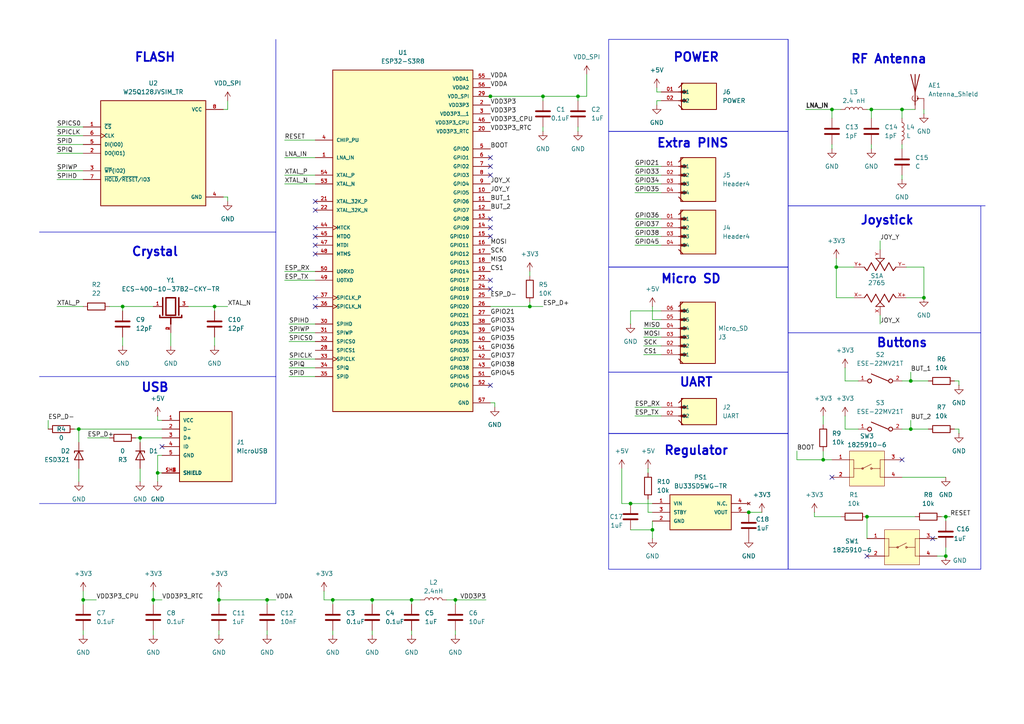
<source format=kicad_sch>
(kicad_sch (version 20231120) (generator "eeschema") (generator_version "8.0")
  (paper "A4")
  (title_block (title "HackerMouse") (date "2024-05-21") (rev "A") (company "FRANK"))
  (junction (at 167.64 27.94))
  (junction (at 22.86 124.46))
  (junction (at 24.13 173.99))
  (junction (at 63.5 173.99))
  (junction (at 45.72 137.16))
  (junction (at 77.47 173.99))
  (junction (at 264.16 110.49))
  (junction (at 62.23 88.9))
  (junction (at 261.62 31.75))
  (junction (at 153.67 88.9))
  (junction (at 274.32 149.86))
  (junction (at 251.46 149.86))
  (junction (at 241.3 31.75))
  (junction (at 189.23 153.67))
  (junction (at 157.48 27.94))
  (junction (at 264.16 124.46))
  (junction (at 132.08 173.99))
  (junction (at 274.32 161.29))
  (junction (at 35.56 88.9))
  (junction (at 119.38 173.99))
  (junction (at 242.57 77.47))
  (junction (at 182.88 146.05))
  (junction (at 107.95 173.99))
  (junction (at 267.97 86.36))
  (junction (at 44.45 173.99))
  (junction (at 40.64 127))
  (junction (at 96.52 173.99))
  (junction (at 238.76 133.35))
  (junction (at 252.73 31.75))
  (junction (at 217.17 148.59))
  (junction (at 142.24 27.94))
  (no_connect (at 142.24 63.5))
  (no_connect (at 91.44 68.58))
  (no_connect (at 261.62 133.35))
  (no_connect (at 142.24 83.82))
  (no_connect (at 91.44 60.96))
  (no_connect (at 142.24 68.58))
  (no_connect (at 46.99 129.54))
  (no_connect (at 270.51 156.21))
  (no_connect (at 142.24 111.76))
  (no_connect (at 142.24 48.26))
  (no_connect (at 142.24 50.8))
  (no_connect (at 91.44 86.36))
  (no_connect (at 142.24 66.04))
  (no_connect (at 241.3 138.43))
  (no_connect (at 91.44 88.9))
  (no_connect (at 91.44 66.04))
  (no_connect (at 251.46 161.29))
  (no_connect (at 91.44 71.12))
  (no_connect (at 91.44 73.66))
  (no_connect (at 142.24 81.28))
  (no_connect (at 91.44 58.42))
  (no_connect (at 142.24 45.72))
  (wire (pts (xy 186.69 102.87) (xy 191.77 102.87)))
  (polyline (pts (xy 11.43 67.31) (xy 80.01 67.31)))
  (wire (pts (xy 191.77 29.21) (xy 190.5 29.21)))
  (wire (pts (xy 264.16 107.95) (xy 264.16 110.49)))
  (wire (pts (xy 82.55 45.72) (xy 91.44 45.72)))
  (wire (pts (xy 24.13 182.88) (xy 24.13 184.15)))
  (wire (pts (xy 255.27 93.98) (xy 255.27 91.44)))
  (wire (pts (xy 262.89 86.36) (xy 267.97 86.36)))
  (wire (pts (xy 273.05 149.86) (xy 274.32 149.86)))
  (wire (pts (xy 96.52 175.26) (xy 96.52 173.99)))
  (wire (pts (xy 187.96 148.59) (xy 189.23 148.59)))
  (wire (pts (xy 107.95 182.88) (xy 107.95 184.15)))
  (polyline (pts (xy 228.6 11.43) (xy 228.6 59.69)))
  (wire (pts (xy 238.76 133.35) (xy 241.3 133.35)))
  (wire (pts (xy 170.18 27.94) (xy 167.64 27.94)))
  (polyline (pts (xy 11.43 109.22) (xy 80.01 109.22)))
  (wire (pts (xy 261.62 110.49) (xy 264.16 110.49)))
  (wire (pts (xy 45.72 120.65) (xy 45.72 121.92)))
  (wire (pts (xy 242.57 77.47) (xy 247.65 77.47)))
  (wire (pts (xy 274.32 149.86) (xy 275.59 149.86)))
  (wire (pts (xy 186.69 100.33) (xy 191.77 100.33)))
  (wire (pts (xy 46.99 127) (xy 40.64 127)))
  (wire (pts (xy 40.64 135.89) (xy 40.64 139.7)))
  (wire (pts (xy 25.4 127) (xy 31.75 127)))
  (wire (pts (xy 64.77 31.75) (xy 66.04 31.75)))
  (wire (pts (xy 140.97 173.99) (xy 132.08 173.99)))
  (wire (pts (xy 44.45 171.45) (xy 44.45 173.99)))
  (wire (pts (xy 187.96 135.89) (xy 187.96 137.16)))
  (wire (pts (xy 82.55 40.64) (xy 91.44 40.64)))
  (wire (pts (xy 251.46 149.86) (xy 265.43 149.86)))
  (wire (pts (xy 40.64 127) (xy 40.64 128.27)))
  (wire (pts (xy 157.48 27.94) (xy 167.64 27.94)))
  (wire (pts (xy 96.52 173.99) (xy 93.98 173.99)))
  (wire (pts (xy 276.86 124.46) (xy 278.13 124.46)))
  (wire (pts (xy 184.15 120.65) (xy 191.77 120.65)))
  (wire (pts (xy 261.62 124.46) (xy 264.16 124.46)))
  (wire (pts (xy 261.62 138.43) (xy 274.32 138.43)))
  (wire (pts (xy 66.04 31.75) (xy 66.04 29.21)))
  (polyline (pts (xy 80.01 67.31) (xy 80.01 11.43)))
  (wire (pts (xy 82.55 53.34) (xy 91.44 53.34)))
  (wire (pts (xy 62.23 88.9) (xy 66.04 88.9)))
  (wire (pts (xy 241.3 31.75) (xy 243.84 31.75)))
  (wire (pts (xy 157.48 27.94) (xy 142.24 27.94)))
  (wire (pts (xy 167.64 29.21) (xy 167.64 27.94)))
  (wire (pts (xy 66.04 57.15) (xy 66.04 58.42)))
  (wire (pts (xy 217.17 148.59) (xy 220.98 148.59)))
  (wire (pts (xy 132.08 173.99) (xy 129.54 173.99)))
  (wire (pts (xy 245.11 124.46) (xy 248.92 124.46)))
  (wire (pts (xy 236.22 148.59) (xy 236.22 149.86)))
  (wire (pts (xy 180.34 146.05) (xy 182.88 146.05)))
  (wire (pts (xy 184.15 50.8) (xy 191.77 50.8)))
  (wire (pts (xy 24.13 173.99) (xy 27.94 173.99)))
  (wire (pts (xy 35.56 97.79) (xy 35.56 100.33)))
  (wire (pts (xy 157.48 36.83) (xy 157.48 38.1)))
  (wire (pts (xy 189.23 151.13) (xy 189.23 153.67)))
  (wire (pts (xy 245.11 106.68) (xy 245.11 110.49)))
  (wire (pts (xy 242.57 77.47) (xy 242.57 86.36)))
  (wire (pts (xy 31.75 88.9) (xy 35.56 88.9)))
  (wire (pts (xy 44.45 173.99) (xy 44.45 175.26)))
  (wire (pts (xy 83.82 96.52) (xy 91.44 96.52)))
  (wire (pts (xy 231.14 130.81) (xy 231.14 133.35)))
  (wire (pts (xy 186.69 97.79) (xy 191.77 97.79)))
  (wire (pts (xy 22.86 135.89) (xy 22.86 139.7)))
  (wire (pts (xy 261.62 41.91) (xy 261.62 43.18)))
  (wire (pts (xy 39.37 127) (xy 40.64 127)))
  (wire (pts (xy 264.16 124.46) (xy 269.24 124.46)))
  (wire (pts (xy 35.56 88.9) (xy 44.45 88.9)))
  (wire (pts (xy 83.82 99.06) (xy 91.44 99.06)))
  (wire (pts (xy 63.5 173.99) (xy 63.5 175.26)))
  (wire (pts (xy 63.5 173.99) (xy 77.47 173.99)))
  (wire (pts (xy 64.77 57.15) (xy 66.04 57.15)))
  (wire (pts (xy 274.32 161.29) (xy 274.32 158.75)))
  (wire (pts (xy 241.3 31.75) (xy 241.3 34.29)))
  (wire (pts (xy 274.32 149.86) (xy 274.32 151.13)))
  (wire (pts (xy 184.15 55.88) (xy 191.77 55.88)))
  (wire (pts (xy 245.11 110.49) (xy 248.92 110.49)))
  (wire (pts (xy 264.16 110.49) (xy 269.24 110.49)))
  (wire (pts (xy 167.64 36.83) (xy 167.64 38.1)))
  (wire (pts (xy 153.67 78.74) (xy 153.67 80.01)))
  (wire (pts (xy 45.72 121.92) (xy 46.99 121.92)))
  (wire (pts (xy 16.51 44.45) (xy 24.13 44.45)))
  (wire (pts (xy 45.72 137.16) (xy 45.72 139.7)))
  (wire (pts (xy 22.86 128.27) (xy 22.86 124.46)))
  (wire (pts (xy 184.15 68.58) (xy 191.77 68.58)))
  (wire (pts (xy 82.55 78.74) (xy 91.44 78.74)))
  (wire (pts (xy 231.14 133.35) (xy 238.76 133.35)))
  (wire (pts (xy 132.08 175.26) (xy 132.08 173.99)))
  (wire (pts (xy 242.57 86.36) (xy 247.65 86.36)))
  (wire (pts (xy 121.92 173.99) (xy 119.38 173.99)))
  (wire (pts (xy 233.68 31.75) (xy 241.3 31.75)))
  (wire (pts (xy 267.97 77.47) (xy 267.97 86.36)))
  (wire (pts (xy 77.47 182.88) (xy 77.47 184.15)))
  (wire (pts (xy 83.82 106.68) (xy 91.44 106.68)))
  (wire (pts (xy 245.11 120.65) (xy 245.11 124.46)))
  (wire (pts (xy 24.13 171.45) (xy 24.13 173.99)))
  (wire (pts (xy 44.45 173.99) (xy 46.99 173.99)))
  (wire (pts (xy 187.96 144.78) (xy 187.96 148.59)))
  (wire (pts (xy 191.77 90.17) (xy 182.88 90.17)))
  (wire (pts (xy 191.77 92.71) (xy 189.23 92.71)))
  (wire (pts (xy 82.55 50.8) (xy 91.44 50.8)))
  (wire (pts (xy 184.15 71.12) (xy 191.77 71.12)))
  (wire (pts (xy 267.97 31.75) (xy 267.97 33.02)))
  (wire (pts (xy 189.23 146.05) (xy 182.88 146.05)))
  (wire (pts (xy 49.53 96.52) (xy 49.53 100.33)))
  (wire (pts (xy 261.62 34.29) (xy 261.62 31.75)))
  (wire (pts (xy 119.38 173.99) (xy 107.95 173.99)))
  (wire (pts (xy 190.5 26.67) (xy 190.5 25.4)))
  (wire (pts (xy 46.99 132.08) (xy 45.72 132.08)))
  (wire (pts (xy 119.38 182.88) (xy 119.38 184.15)))
  (polyline (pts (xy 80.01 109.22) (xy 80.01 67.31)))
  (wire (pts (xy 189.23 156.21) (xy 189.23 153.67)))
  (wire (pts (xy 83.82 109.22) (xy 91.44 109.22)))
  (wire (pts (xy 24.13 173.99) (xy 24.13 175.26)))
  (polyline (pts (xy 80.01 109.22) (xy 80.01 146.05)))
  (wire (pts (xy 138.43 27.94) (xy 142.24 27.94)))
  (wire (pts (xy 62.23 97.79) (xy 62.23 100.33)))
  (wire (pts (xy 255.27 72.39) (xy 255.27 69.85)))
  (wire (pts (xy 184.15 66.04) (xy 191.77 66.04)))
  (wire (pts (xy 278.13 124.46) (xy 278.13 125.73)))
  (wire (pts (xy 16.51 36.83) (xy 24.13 36.83)))
  (wire (pts (xy 189.23 92.71) (xy 189.23 88.9)))
  (wire (pts (xy 252.73 41.91) (xy 252.73 43.18)))
  (wire (pts (xy 93.98 171.45) (xy 93.98 173.99)))
  (wire (pts (xy 261.62 31.75) (xy 265.43 31.75)))
  (wire (pts (xy 236.22 149.86) (xy 243.84 149.86)))
  (wire (pts (xy 63.5 182.88) (xy 63.5 184.15)))
  (wire (pts (xy 21.59 124.46) (xy 22.86 124.46)))
  (wire (pts (xy 182.88 153.67) (xy 189.23 153.67)))
  (wire (pts (xy 262.89 77.47) (xy 267.97 77.47)))
  (wire (pts (xy 242.57 74.93) (xy 242.57 77.47)))
  (wire (pts (xy 252.73 31.75) (xy 251.46 31.75)))
  (wire (pts (xy 180.34 135.89) (xy 180.34 146.05)))
  (wire (pts (xy 276.86 110.49) (xy 278.13 110.49)))
  (wire (pts (xy 186.69 95.25) (xy 191.77 95.25)))
  (wire (pts (xy 190.5 29.21) (xy 190.5 30.48)))
  (wire (pts (xy 238.76 120.65) (xy 238.76 123.19)))
  (polyline (pts (xy 228.6 59.69) (xy 285.75 59.69)))
  (wire (pts (xy 16.51 41.91) (xy 24.13 41.91)))
  (wire (pts (xy 264.16 121.92) (xy 264.16 124.46)))
  (wire (pts (xy 132.08 182.88) (xy 132.08 184.15)))
  (wire (pts (xy 16.51 39.37) (xy 24.13 39.37)))
  (wire (pts (xy 184.15 118.11) (xy 191.77 118.11)))
  (wire (pts (xy 143.51 116.84) (xy 143.51 118.11)))
  (wire (pts (xy 35.56 90.17) (xy 35.56 88.9)))
  (wire (pts (xy 278.13 110.49) (xy 278.13 111.76)))
  (wire (pts (xy 96.52 182.88) (xy 96.52 184.15)))
  (wire (pts (xy 77.47 175.26) (xy 77.47 173.99)))
  (wire (pts (xy 142.24 116.84) (xy 143.51 116.84)))
  (wire (pts (xy 46.99 137.16) (xy 45.72 137.16)))
  (polyline (pts (xy 11.43 146.05) (xy 80.01 146.05)))
  (wire (pts (xy 157.48 29.21) (xy 157.48 27.94)))
  (wire (pts (xy 77.47 173.99) (xy 80.01 173.99)))
  (wire (pts (xy 107.95 175.26) (xy 107.95 173.99)))
  (wire (pts (xy 261.62 50.8) (xy 261.62 52.07)))
  (wire (pts (xy 44.45 182.88) (xy 44.45 184.15)))
  (wire (pts (xy 83.82 104.14) (xy 91.44 104.14)))
  (wire (pts (xy 271.78 161.29) (xy 274.32 161.29)))
  (wire (pts (xy 241.3 41.91) (xy 241.3 43.18)))
  (wire (pts (xy 16.51 49.53) (xy 24.13 49.53)))
  (wire (pts (xy 251.46 149.86) (xy 251.46 156.21)))
  (wire (pts (xy 62.23 90.17) (xy 62.23 88.9)))
  (wire (pts (xy 252.73 31.75) (xy 252.73 34.29)))
  (wire (pts (xy 182.88 90.17) (xy 182.88 93.98)))
  (wire (pts (xy 83.82 93.98) (xy 91.44 93.98)))
  (wire (pts (xy 170.18 21.59) (xy 170.18 27.94)))
  (wire (pts (xy 184.15 48.26) (xy 191.77 48.26)))
  (wire (pts (xy 22.86 124.46) (xy 46.99 124.46)))
  (wire (pts (xy 261.62 31.75) (xy 252.73 31.75)))
  (wire (pts (xy 45.72 132.08) (xy 45.72 137.16)))
  (wire (pts (xy 13.97 121.92) (xy 13.97 124.46)))
  (wire (pts (xy 153.67 88.9) (xy 142.24 88.9)))
  (wire (pts (xy 119.38 175.26) (xy 119.38 173.99)))
  (wire (pts (xy 184.15 53.34) (xy 191.77 53.34)))
  (wire (pts (xy 82.55 81.28) (xy 91.44 81.28)))
  (wire (pts (xy 157.48 88.9) (xy 153.67 88.9)))
  (wire (pts (xy 16.51 52.07) (xy 24.13 52.07)))
  (wire (pts (xy 184.15 63.5) (xy 191.77 63.5)))
  (wire (pts (xy 16.51 88.9) (xy 24.13 88.9)))
  (wire (pts (xy 238.76 130.81) (xy 238.76 133.35)))
  (wire (pts (xy 62.23 88.9) (xy 54.61 88.9)))
  (wire (pts (xy 96.52 173.99) (xy 107.95 173.99)))
  (wire (pts (xy 191.77 26.67) (xy 190.5 26.67)))
  (wire (pts (xy 153.67 87.63) (xy 153.67 88.9)))
  (wire (pts (xy 270.51 156.21) (xy 271.78 156.21)))
  (wire (pts (xy 63.5 171.45) (xy 63.5 173.99)))
  (rectangle (start 228.6 59.69) (end 284.48 96.52))
  (rectangle (start 176.53 107.95) (end 228.6 125.73))
  (rectangle (start 176.53 125.73) (end 228.6 165.1))
  (rectangle (start 176.53 77.47) (end 228.6 107.95))
  (rectangle (start 176.53 11.43) (end 228.6 38.1))
  (rectangle (start 228.6 96.52) (end 284.48 165.1))
  (rectangle (start 176.53 38.1) (end 228.6 77.47))
  (text "Extra PINS" (at 200.914 41.656 0) (effects (font (size 2.54 2.54) (thickness 0.508) (bold yes))))
  (text "RF Antenna" (at 257.81 17.272 0) (effects (font (size 2.54 2.54) (bold yes))))
  (text "Regulator\n" (at 201.93 130.81 0) (effects (font (size 2.54 2.54) (bold yes))))
  (text "USB" (at 44.958 112.522 0) (effects (font (size 2.54 2.54) (bold yes))))
  (text "Joystick\n" (at 257.302 64.008 0) (effects (font (size 2.54 2.54) (bold yes))))
  (text "FLASH\n" (at 44.958 16.764 0) (effects (font (size 2.54 2.54) (thickness 0.508) (bold yes))))
  (text "UART" (at 201.93 110.998 0) (effects (font (size 2.54 2.54) (thickness 0.508) (bold yes))))
  (text "Crystal" (at 44.958 73.152 0) (effects (font (size 2.54 2.54) (thickness 0.508) (bold yes))))
  (text "Buttons\n" (at 261.62 99.568 0) (effects (font (size 2.54 2.54) (bold yes))))
  (text "POWER" (at 201.93 16.764 0) (effects (font (size 2.54 2.54) (thickness 0.508) (bold yes))))
  (text "Micro SD" (at 200.406 81.026 0) (effects (font (size 2.54 2.54) (bold yes))))
  (label "JOY_Y" (at 255.27 69.85 0))
  (label "SPICS0" (at 83.82 99.06 0))
  (label "SPIWP" (at 16.51 49.53 0))
  (label "ESP_D-" (at 13.97 121.92 0))
  (label "GPIO35" (at 142.24 99.06 0))
  (label "VDD3P3_CPU" (at 142.24 35.56 0))
  (label "XTAL_P" (at 82.55 50.8 0))
  (label "ESP_TX" (at 184.15 120.65 0))
  (label "RESET" (at 82.55 40.64 0))
  (label "GPIO36" (at 184.15 63.5 0))
  (label "SPICS0" (at 16.51 36.83 0))
  (label "VDDA" (at 80.01 173.99 0))
  (label "ESP_RX" (at 184.15 118.11 0))
  (label "GPIO21" (at 184.15 48.26 0))
  (label "GPIO34" (at 184.15 53.34 0))
  (label "SPIHD" (at 16.51 52.07 0))
  (label "XTAL_N" (at 66.04 88.9 0))
  (label "BUT_1" (at 264.16 107.95 0))
  (label "SPICLK" (at 83.82 104.14 0))
  (label "SPID" (at 83.82 109.22 0))
  (label "GPIO33" (at 142.24 93.98 0))
  (label "MOSI" (at 142.24 71.12 0))
  (label "CS1" (at 186.69 102.87 0))
  (label "CS1" (at 142.24 78.74 0))
  (label "SCK" (at 142.24 73.66 0))
  (label "BOOT" (at 231.14 130.81 0))
  (label "LNA_IN" (at 82.55 45.72 0))
  (label "BOOT" (at 142.24 43.18 0))
  (label "SPIWP" (at 83.82 96.52 0))
  (label "GPIO36" (at 142.24 101.6 0))
  (label "SPICLK" (at 16.51 39.37 0))
  (label "GPIO45" (at 184.15 71.12 0))
  (label "VDD3P3" (at 142.24 30.48 0))
  (label "JOY_X" (at 255.27 93.98 0))
  (label "BUT_2" (at 142.24 60.96 0))
  (label "ESP_RX" (at 82.55 78.74 0))
  (label "VDD3P3_RTC" (at 46.99 173.99 0))
  (label "GPIO38" (at 142.24 106.68 0))
  (label "VDDA" (at 142.24 22.86 0))
  (label "ESP_D-" (at 142.24 86.36 0))
  (label "ESP_D+" (at 157.48 88.9 0))
  (label "VDD3P3" (at 142.24 33.02 0))
  (label "VDD3P3" (at 140.97 173.99 180))
  (label "SCK" (at 186.69 100.33 0))
  (label "MISO" (at 142.24 76.2 0))
  (label "BUT_1" (at 142.24 58.42 0))
  (label "MOSI" (at 186.69 97.79 0))
  (label "VDD3P3_CPU" (at 27.94 173.99 0))
  (label "SPIQ" (at 83.82 106.68 0))
  (label "GPIO33" (at 184.15 50.8 0))
  (label "BUT_2" (at 264.16 121.92 0))
  (label "JOY_Y" (at 142.24 55.88 0))
  (label "VDD3P3_RTC" (at 142.24 38.1 0))
  (label "XTAL_N" (at 82.55 53.34 0))
  (label "SPIHD" (at 83.82 93.98 0))
  (label "GPIO37" (at 184.15 66.04 0))
  (label "RESET" (at 275.59 149.86 0))
  (label "ESP_D+" (at 25.4 127 0))
  (label "GPIO38" (at 184.15 68.58 0))
  (label "GPIO35" (at 184.15 55.88 0))
  (label "VDDA" (at 142.24 25.4 0))
  (label "SPIQ" (at 16.51 44.45 0))
  (label "GPIO34" (at 142.24 96.52 0))
  (label "GPIO21" (at 142.24 91.44 0))
  (label "MISO" (at 186.69 95.25 0))
  (label "ESP_TX" (at 82.55 81.28 0))
  (label "LNA_IN" (at 233.68 31.75 0) (effects (font (bold yes))))
  (label "XTAL_P" (at 16.51 88.9 0))
  (label "GPIO37" (at 142.24 104.14 0))
  (label "GPIO45" (at 142.24 109.22 0))
  (label "SPID" (at 16.51 41.91 0))
  (label "JOY_X" (at 142.24 53.34 0))
  (symbol (lib_id "Device:C") (at 274.32 154.94 0) (unit 1)
    (property "Reference" "C16" (at 277.368 153.416 0) (effects (justify left)))
    (property "Value" "1uF" (at 276.606 156.21 0) (effects (justify left)))
    (property "Footprint" "Capacitor_SMD:C_0603_1608Metric_Pad1.08x0.95mm_HandSolder" (effects (hide yes)))
    (property "Description" "Unpolarized capacitor" (effects (hide yes)))
  )
  (symbol (lib_id "power:GND") (at 119.38 184.15 0) (mirror y) (unit 1)
    (property "Reference" "#PWR04" (effects (hide yes)))
    (property "Value" "GND" (at 119.38 189.23 0))
    (property "Description" "Power symbol creates a global label with name \"GND\" , ground" (effects (hide yes)))
  )
  (symbol (lib_id "Device:R") (at 187.96 140.97 180) (unit 1)
    (property "Reference" "R10" (at 190.5 139.6999 0) (effects (justify right)))
    (property "Value" "10k" (at 190.5 142.2399 0) (effects (justify right)))
    (property "Footprint" "Resistor_SMD:R_0603_1608Metric_Pad0.98x0.95mm_HandSolder" (effects (hide yes)))
    (property "Description" "Resistor" (effects (hide yes)))
  )
  (symbol (lib_id "Device:R") (at 27.94 88.9 90) (unit 1)
    (property "Reference" "R2" (at 27.94 82.55 90))
    (property "Value" "22" (at 27.94 85.09 90))
    (property "Footprint" "Resistor_SMD:R_0603_1608Metric_Pad0.98x0.95mm_HandSolder" (effects (hide yes)))
    (property "Description" "Resistor" (effects (hide yes)))
  )
  (symbol (lib_id "power:GND") (at 190.5 30.48 0) (unit 1)
    (property "Reference" "#PWR048" (effects (hide yes)))
    (property "Value" "GND" (at 190.5 35.56 0))
    (property "Description" "Power symbol creates a global label with name \"GND\" , ground" (effects (hide yes)))
  )
  (symbol (lib_id "Device:L") (at 125.73 173.99 270) (mirror x) (unit 1)
    (property "Reference" "L2" (at 125.73 168.91 90))
    (property "Value" "2.4nH" (at 125.73 171.45 90))
    (property "Footprint" "Capacitor_SMD:C_0603_1608Metric_Pad1.08x0.95mm_HandSolder" (effects (hide yes)))
    (property "Description" "Inductor" (effects (hide yes)))
  )
  (symbol (lib_id "power:+5V") (at 189.23 88.9 0) (unit 1)
    (property "Reference" "#PWR046" (effects (hide yes)))
    (property "Value" "+5V" (at 189.23 83.82 0))
    (property "Description" "Power symbol creates a global label with name \"+5V\"" (effects (hide yes)))
  )
  (symbol (lib_id "power:GND") (at 217.17 156.21 0) (unit 1)
    (property "Reference" "#PWR043" (effects (hide yes)))
    (property "Value" "GND" (at 217.17 161.29 0))
    (property "Description" "Power symbol creates a global label with name \"GND\" , ground" (effects (hide yes)))
  )
  (symbol (lib_id "Header4:61300411121") (at 201.93 68.58 0) (unit 1)
    (property "Reference" "J4" (at 209.55 66.0399 0) (effects (justify left)))
    (property "Value" "Header4" (at 209.55 68.5799 0) (effects (justify left)))
    (property "Footprint" "Header4:WURTH_61300411121" (effects (hide yes)))
    (property "MF" "Wurth Electronics" (effects (hide yes)))
    (property "DESCRIPTION" "Connector Header Through Hole 4 position 0.100 (2.54mm)" (effects (hide yes)))
    (property "PACKAGE" "None" (effects (hide yes)))
    (property "PRICE" "None" (effects (hide yes)))
    (property "Package" "None" (effects (hide yes)))
    (property "Check_prices" "https://www.snapeda.com/parts/61300411121/Wurth+Electronics+Inc./view-part/?ref=eda" (effects (hide yes)))
    (property "Price" "None" (effects (hide yes)))
    (property "SnapEDA_Link" "https://www.snapeda.com/parts/61300411121/Wurth+Electronics+Inc./view-part/?ref=snap" (effects (hide yes)))
    (property "MP" "61300411121" (effects (hide yes)))
    (property "Description_1" "4 pins, 1 row, straight, gold plating" (effects (hide yes)))
    (property "Availability" "In Stock" (effects (hide yes)))
    (property "AVAILABILITY" "In Stock" (effects (hide yes)))
    (property "PURCHASE-URL" "https://pricing.snapeda.com/search/part/61300411121/?ref=eda" (effects (hide yes)))
  )
  (symbol (lib_id "Header2:61300211121") (at 201.93 120.65 0) (unit 1)
    (property "Reference" "J2" (at 209.55 118.1099 0) (effects (justify left)))
    (property "Value" "UART" (at 209.55 120.6499 0) (effects (justify left)))
    (property "Footprint" "Header2:WURTH_61300211121" (effects (hide yes)))
    (property "MF" "Wurth Electronics" (effects (hide yes)))
    (property "Description_1" "2 pins, 1 row, straight, gold plating" (effects (hide yes)))
    (property "Package" "None" (effects (hide yes)))
    (property "Price" "None" (effects (hide yes)))
    (property "Check_prices" "https://www.snapeda.com/parts/61300211121/Wurth+Electronics+Inc./view-part/?ref=eda" (effects (hide yes)))
    (property "STANDARD" "Manufacturer Recommendations" (effects (hide yes)))
    (property "PARTREV" "07/31/2015" (effects (hide yes)))
    (property "SnapEDA_Link" "https://www.snapeda.com/parts/61300211121/Wurth+Electronics+Inc./view-part/?ref=snap" (effects (hide yes)))
    (property "MP" "61300211121" (effects (hide yes)))
    (property "Purchase-URL" "https://www.snapeda.com/api/url_track_click_mouser/?unipart_id=475914&manufacturer=Wurth Electronics&part_name=61300211121&search_term=61300211121" (effects (hide yes)))
    (property "Availability" "In Stock" (effects (hide yes)))
    (property "MANUFACTURER" "Wurth Elektronik" (effects (hide yes)))
  )
  (symbol (lib_id "power:GND") (at 22.86 139.7 0) (unit 1)
    (property "Reference" "#PWR024" (effects (hide yes)))
    (property "Value" "GND" (at 22.86 144.78 0))
    (property "Description" "Power symbol creates a global label with name \"GND\" , ground" (effects (hide yes)))
  )
  (symbol (lib_id "Device:R") (at 247.65 149.86 90) (unit 1)
    (property "Reference" "R1" (at 247.65 143.51 90))
    (property "Value" "10k" (at 247.65 146.05 90))
    (property "Footprint" "Resistor_SMD:R_0603_1608Metric_Pad0.98x0.95mm_HandSolder" (effects (hide yes)))
    (property "Description" "Resistor" (effects (hide yes)))
  )
  (symbol (lib_id "power:+3V3") (at 238.76 120.65 0) (unit 1)
    (property "Reference" "#PWR044" (effects (hide yes)))
    (property "Value" "+3V3" (at 238.76 115.57 0))
    (property "Description" "Power symbol creates a global label with name \"+3V3\"" (effects (hide yes)))
  )
  (symbol (lib_id "Device:R") (at 273.05 110.49 90) (unit 1)
    (property "Reference" "R6" (at 273.05 104.14 90))
    (property "Value" "10k" (at 273.05 106.68 90))
    (property "Footprint" "Resistor_SMD:R_0603_1608Metric_Pad0.98x0.95mm_HandSolder" (effects (hide yes)))
    (property "Description" "Resistor" (effects (hide yes)))
  )
  (symbol (lib_id "Header6:61300611121") (at 201.93 95.25 0) (mirror x) (unit 1)
    (property "Reference" "J3" (at 208.28 97.7901 0) (effects (justify left)))
    (property "Value" "Micro_SD" (at 208.28 95.2501 0) (effects (justify left)))
    (property "Footprint" "Header6:WURTH_61300611121" (effects (hide yes)))
    (property "MF" "Wurth Electronics" (effects (hide yes)))
    (property "DESCRIPTION" "Connector Header Through Hole 6 position 0.100 (2.54mm)" (effects (hide yes)))
    (property "PACKAGE" "None" (effects (hide yes)))
    (property "PRICE" "None" (effects (hide yes)))
    (property "Package" "None" (effects (hide yes)))
    (property "Check_prices" "https://www.snapeda.com/parts/61300611121/Wurth+Electronics+Inc./view-part/?ref=eda" (effects (hide yes)))
    (property "Price" "None" (effects (hide yes)))
    (property "SnapEDA_Link" "https://www.snapeda.com/parts/61300611121/Wurth+Electronics+Inc./view-part/?ref=snap" (effects (hide yes)))
    (property "MP" "61300611121" (effects (hide yes)))
    (property "Purchase-URL" "https://www.snapeda.com/api/url_track_click_mouser/?unipart_id=608395&manufacturer=Wurth Electronics&part_name=61300611121&search_term=61300611121" (effects (hide yes)))
    (property "Description_1" "6 pins, 1 row, straight, gold plating" (effects (hide yes)))
    (property "Availability" "In Stock" (effects (hide yes)))
    (property "AVAILABILITY" "In Stock" (effects (hide yes)))
    (property "PURCHASE-URL" "https://pricing.snapeda.com/search/part/61300611121/?ref=eda" (effects (hide yes)))
  )
  (symbol (lib_id "power:+3V3") (at 63.5 171.45 0) (unit 1)
    (property "Reference" "#PWR016" (effects (hide yes)))
    (property "Value" "+3V3" (at 63.5 166.37 0))
    (property "Description" "Power symbol creates a global label with name \"+3V3\"" (effects (hide yes)))
  )
  (symbol (lib_id "1825910-6:1825910-6") (at 261.62 158.75 0) (unit 1)
    (property "Reference" "SW1" (at 247.142 156.972 0))
    (property "Value" "1825910-6" (at 247.142 159.512 0))
    (property "Footprint" "Library:SW_1825910-6-4" (effects (hide yes)))
    (property "Comment" "1825910-6" (effects (hide yes)))
    (property "MF" "TE Connectivity" (effects (hide yes)))
    (property "Description_1" "\nSwitch Push Button OFF (ON) SPST Round Button 0.05A 24VDC Momentary Contact PC Pins Thru-Hole\n" (effects (hide yes)))
    (property "Package" "None" (effects (hide yes)))
    (property "Price" "None" (effects (hide yes)))
    (property "Check_prices" "https://www.snapeda.com/parts/1825910-6/TE+Connectivity+ALCOSWITCH+Switches/view-part/?ref=eda" (effects (hide yes)))
    (property "STANDARD" "Manufacturer Recommendations" (effects (hide yes)))
    (property "PARTREV" "C10" (effects (hide yes)))
    (property "SnapEDA_Link" "https://www.snapeda.com/parts/1825910-6/TE+Connectivity+ALCOSWITCH+Switches/view-part/?ref=snap" (effects (hide yes)))
    (property "MP" "1825910-6" (effects (hide yes)))
    (property "Purchase-URL" "https://www.snapeda.com/api/url_track_click_mouser/?unipart_id=226996&manufacturer=TE Connectivity&part_name=1825910-6&search_term=1825910-6" (effects (hide yes)))
    (property "Availability" "In Stock" (effects (hide yes)))
    (property "MANUFACTURER" "TE CONNECTIVITY" (effects (hide yes)))
  )
  (symbol (lib_id "ESE-22MV21T:ESE-22MV21T") (at 256.54 124.46 0) (unit 1)
    (property "Reference" "S3" (at 255.27 116.84 0))
    (property "Value" "ESE-22MV21T" (at 255.27 119.38 0))
    (property "Footprint" "Library:SW_ESE-22MV21T" (effects (hide yes)))
    (property "MF" "Panasonic" (effects (hide yes)))
    (property "Description_1" "\nSwitch, Basic; Rocker Mom; SPST; 10mA 5VDC; Vert. SMD mnt 5.7x1.9mm | Panasonic Electronic Components ESE-22MV21T\n" (effects (hide yes)))
    (property "Package" "None" (effects (hide yes)))
    (property "Price" "None" (effects (hide yes)))
    (property "Check_prices" "https://www.snapeda.com/parts/ESE-22MV21T/Panasonic+Electronic+Components/view-part/?ref=eda" (effects (hide yes)))
    (property "SnapEDA_Link" "https://www.snapeda.com/parts/ESE-22MV21T/Panasonic+Electronic+Components/view-part/?ref=snap" (effects (hide yes)))
    (property "MP" "ESE-22MV21T" (effects (hide yes)))
    (property "Purchase-URL" "https://www.snapeda.com/api/url_track_click_mouser/?unipart_id=332503&manufacturer=Panasonic&part_name=ESE-22MV21T&search_term=ese-22mv21t" (effects (hide yes)))
    (property "Availability" "In Stock" (effects (hide yes)))
    (property "MANUFACTURER" "Panasonic" (effects (hide yes)))
  )
  (symbol (lib_id "Device:C") (at 62.23 93.98 0) (unit 1)
    (property "Reference" "C10" (at 66.04 92.7099 0) (effects (justify left)))
    (property "Value" "12pF" (at 66.04 95.2499 0) (effects (justify left)))
    (property "Footprint" "Capacitor_SMD:C_0603_1608Metric_Pad1.08x0.95mm_HandSolder" (effects (hide yes)))
    (property "Description" "Unpolarized capacitor" (effects (hide yes)))
  )
  (symbol (lib_id "power:GND") (at 157.48 38.1 0) (unit 1)
    (property "Reference" "#PWR05" (effects (hide yes)))
    (property "Value" "GND" (at 157.48 43.18 0))
    (property "Description" "Power symbol creates a global label with name \"GND\" , ground" (effects (hide yes)))
  )
  (symbol (lib_id "ECS-400-10-37B2-CKY-TR:ECS-400-10-37B2-CKY-TR") (at 49.53 88.9 0) (unit 1)
    (property "Reference" "Y1" (at 49.53 81.28 0))
    (property "Value" "ECS-400-10-37B2-CKY-TR" (at 49.53 83.82 0))
    (property "Footprint" "Library:XTAL_ECS-400-10-37B2-CKY-TR" (effects (hide yes)))
    (property "MF" "ECS Inc." (effects (hide yes)))
    (property "MAXIMUM_PACKAGE_HEIGHT" "0.5 mm" (effects (hide yes)))
    (property "Package" "SMD-4 ECS Inc." (effects (hide yes)))
    (property "Price" "None" (effects (hide yes)))
    (property "Check_prices" "https://www.snapeda.com/parts/ECS-400-10-37B2-CKY-TR/ECS+Inc./view-part/?ref=eda" (effects (hide yes)))
    (property "STANDARD" "Manufacturer Recommendations" (effects (hide yes)))
    (property "PARTREV" "Rev.2021" (effects (hide yes)))
    (property "SnapEDA_Link" "https://www.snapeda.com/parts/ECS-400-10-37B2-CKY-TR/ECS+Inc./view-part/?ref=snap" (effects (hide yes)))
    (property "MP" "ECS-400-10-37B2-CKY-TR" (effects (hide yes)))
    (property "Description_1" "\n40 MHz ±10ppm Crystal 10pF 40 Ohms 4-SMD, No Lead\n" (effects (hide yes)))
    (property "Availability" "In Stock" (effects (hide yes)))
    (property "MANUFACTURER" "ECS International" (effects (hide yes)))
  )
  (symbol (lib_id "Header4:61300411121") (at 201.93 53.34 0) (unit 1)
    (property "Reference" "J5" (at 209.55 50.7999 0) (effects (justify left)))
    (property "Value" "Header4" (at 209.55 53.3399 0) (effects (justify left)))
    (property "Footprint" "Header4:WURTH_61300411121" (effects (hide yes)))
    (property "MF" "Wurth Electronics" (effects (hide yes)))
    (property "DESCRIPTION" "Connector Header Through Hole 4 position 0.100 (2.54mm)" (effects (hide yes)))
    (property "PACKAGE" "None" (effects (hide yes)))
    (property "PRICE" "None" (effects (hide yes)))
    (property "Package" "None" (effects (hide yes)))
    (property "Check_prices" "https://www.snapeda.com/parts/61300411121/Wurth+Electronics+Inc./view-part/?ref=eda" (effects (hide yes)))
    (property "Price" "None" (effects (hide yes)))
    (property "SnapEDA_Link" "https://www.snapeda.com/parts/61300411121/Wurth+Electronics+Inc./view-part/?ref=snap" (effects (hide yes)))
    (property "MP" "61300411121" (effects (hide yes)))
    (property "Description_1" "4 pins, 1 row, straight, gold plating" (effects (hide yes)))
    (property "Availability" "In Stock" (effects (hide yes)))
    (property "AVAILABILITY" "In Stock" (effects (hide yes)))
    (property "PURCHASE-URL" "https://pricing.snapeda.com/search/part/61300411121/?ref=eda" (effects (hide yes)))
  )
  (symbol (lib_id "Diode:Z2SMBxxx") (at 40.64 132.08 270) (unit 1)
    (property "Reference" "D1" (at 43.18 130.8099 90) (effects (justify left)))
    (property "Value" "ESD321" (effects (hide yes)))
    (property "Footprint" "Diode_SMD:D_SOD-523" (effects (hide yes)))
    (property "Datasheet" "https://diotec.com/tl_files/diotec/files/pdf/datasheets/z2smb1.pdf" (effects (hide yes)))
    (property "Description" "2000mW Zener Diode, SMB(DO-214AA)" (effects (hide yes)))
  )
  (symbol (lib_id "Diode:Z2SMBxxx") (at 22.86 132.08 90) (mirror x) (unit 1)
    (property "Reference" "D2" (at 20.32 130.8099 90) (effects (justify left)))
    (property "Value" "ESD321" (at 20.32 133.3499 90) (effects (justify left)))
    (property "Footprint" "Diode_SMD:D_SOD-523" (effects (hide yes)))
    (property "Datasheet" "https://diotec.com/tl_files/diotec/files/pdf/datasheets/z2smb1.pdf" (effects (hide yes)))
    (property "Description" "2000mW Zener Diode, SMB(DO-214AA)" (effects (hide yes)))
  )
  (symbol (lib_id "power:GND") (at 96.52 184.15 0) (mirror y) (unit 1)
    (property "Reference" "#PWR020" (effects (hide yes)))
    (property "Value" "GND" (at 96.52 189.23 0))
    (property "Description" "Power symbol creates a global label with name \"GND\" , ground" (effects (hide yes)))
  )
  (symbol (lib_id "power:GND") (at 182.88 93.98 0) (unit 1)
    (property "Reference" "#PWR045" (effects (hide yes)))
    (property "Value" "GND" (at 182.88 99.06 0))
    (property "Description" "Power symbol creates a global label with name \"GND\" , ground" (effects (hide yes)))
  )
  (symbol (lib_id "power:+3V3") (at 245.11 106.68 0) (unit 1)
    (property "Reference" "#PWR033" (effects (hide yes)))
    (property "Value" "+3V3" (at 245.11 101.6 0))
    (property "Description" "Power symbol creates a global label with name \"+3V3\"" (effects (hide yes)))
  )
  (symbol (lib_id "Device:C") (at 132.08 179.07 0) (unit 1)
    (property "Reference" "C6" (at 135.89 177.7999 0) (effects (justify left)))
    (property "Value" "10uF" (at 135.89 180.3399 0) (effects (justify left)))
    (property "Footprint" "Capacitor_SMD:C_0603_1608Metric_Pad1.08x0.95mm_HandSolder" (effects (hide yes)))
    (property "Description" "Unpolarized capacitor" (effects (hide yes)))
  )
  (symbol (lib_id "Device:C") (at 252.73 38.1 0) (unit 1)
    (property "Reference" "C14" (at 256.54 36.8299 0) (effects (justify left)))
    (property "Value" "1pF" (at 256.54 39.3699 0) (effects (justify left)))
    (property "Footprint" "Capacitor_SMD:C_0603_1608Metric_Pad1.08x0.95mm_HandSolder" (effects (hide yes)))
    (property "Description" "Unpolarized capacitor" (effects (hide yes)))
  )
  (symbol (lib_id "MicroUSB_B:10118194-0001LF") (at 59.69 129.54 0) (unit 1)
    (property "Reference" "J1" (at 68.58 128.2699 0) (effects (justify left)))
    (property "Value" "MicroUSB" (at 68.58 130.8099 0) (effects (justify left)))
    (property "Footprint" "Library:AMPHENOL_10118194-0001LF" (effects (hide yes)))
    (property "MF" "Amphenol ICC" (effects (hide yes)))
    (property "MAXIMUM_PACKAGE_HEIGHT" "2.66mm" (effects (hide yes)))
    (property "Package" "None" (effects (hide yes)))
    (property "Price" "None" (effects (hide yes)))
    (property "Check_prices" "https://www.snapeda.com/parts/10118194-0001LF/Amphenol+FCI/view-part/?ref=eda" (effects (hide yes)))
    (property "STANDARD" "Manufacturer Recommendations" (effects (hide yes)))
    (property "PARTREV" "D" (effects (hide yes)))
    (property "SnapEDA_Link" "https://www.snapeda.com/parts/10118194-0001LF/Amphenol+FCI/view-part/?ref=snap" (effects (hide yes)))
    (property "MP" "10118194-0001LF" (effects (hide yes)))
    (property "Purchase-URL" "https://www.snapeda.com/api/url_track_click_mouser/?unipart_id=47625&manufacturer=Amphenol ICC&part_name=10118194-0001LF&search_term=10118194-0001lf" (effects (hide yes)))
    (property "Description_1" "\nMicro USB, Input Output Connectors, B TYPE RECEPTACLE with flange\n" (effects (hide yes)))
    (property "Availability" "In Stock" (effects (hide yes)))
    (property "MANUFACTURER" "Amphenol" (effects (hide yes)))
  )
  (symbol (lib_id "power:+5V") (at 187.96 135.89 0) (unit 1)
    (property "Reference" "#PWR049" (effects (hide yes)))
    (property "Value" "+5V" (at 187.96 130.81 0))
    (property "Description" "Power symbol creates a global label with name \"+5V\"" (effects (hide yes)))
  )
  (symbol (lib_id "power:GND") (at 241.3 43.18 0) (unit 1)
    (property "Reference" "#PWR027" (effects (hide yes)))
    (property "Value" "GND" (at 241.3 48.26 0))
    (property "Description" "Power symbol creates a global label with name \"GND\" , ground" (effects (hide yes)))
  )
  (symbol (lib_id "power:+5V") (at 45.72 120.65 0) (unit 1)
    (property "Reference" "#PWR025" (effects (hide yes)))
    (property "Value" "+5V" (at 45.72 115.57 0))
    (property "Description" "Power symbol creates a global label with name \"+5V\"" (effects (hide yes)))
  )
  (symbol (lib_id "power:GND") (at 252.73 43.18 0) (unit 1)
    (property "Reference" "#PWR028" (effects (hide yes)))
    (property "Value" "GND" (at 252.73 48.26 0))
    (property "Description" "Power symbol creates a global label with name \"GND\" , ground" (effects (hide yes)))
  )
  (symbol (lib_id "power:GND") (at 66.04 58.42 0) (unit 1)
    (property "Reference" "#PWR012" (effects (hide yes)))
    (property "Value" "GND" (at 66.04 63.5 0))
    (property "Description" "Power symbol creates a global label with name \"GND\" , ground" (effects (hide yes)))
  )
  (symbol (lib_id "Device:C") (at 167.64 33.02 0) (unit 1)
    (property "Reference" "C2" (at 171.45 31.7499 0) (effects (justify left)))
    (property "Value" "1uF" (at 171.45 34.2899 0) (effects (justify left)))
    (property "Footprint" "Capacitor_SMD:C_0603_1608Metric_Pad1.08x0.95mm_HandSolder" (effects (hide yes)))
    (property "Description" "Unpolarized capacitor" (effects (hide yes)))
  )
  (symbol (lib_id "power:+3V3") (at 220.98 148.59 0) (unit 1)
    (property "Reference" "#PWR040" (effects (hide yes)))
    (property "Value" "+3V3" (at 220.98 143.51 0))
    (property "Description" "Power symbol creates a global label with name \"+3V3\"" (effects (hide yes)))
  )
  (symbol (lib_id "Device:R") (at 153.67 83.82 0) (unit 1)
    (property "Reference" "R5" (at 156.21 82.5499 0) (effects (justify left)))
    (property "Value" "10K" (at 156.21 85.0899 0) (effects (justify left)))
    (property "Footprint" "Resistor_SMD:R_0603_1608Metric_Pad0.98x0.95mm_HandSolder" (effects (hide yes)))
    (property "Description" "Resistor" (effects (hide yes)))
  )
  (symbol (lib_id "power:GND") (at 77.47 184.15 0) (unit 1)
    (property "Reference" "#PWR018" (effects (hide yes)))
    (property "Value" "GND" (at 77.47 189.23 0))
    (property "Description" "Power symbol creates a global label with name \"GND\" , ground" (effects (hide yes)))
  )
  (symbol (lib_id "power:GND") (at 62.23 100.33 0) (unit 1)
    (property "Reference" "#PWR015" (effects (hide yes)))
    (property "Value" "GND" (at 62.23 105.41 0))
    (property "Description" "Power symbol creates a global label with name \"GND\" , ground" (effects (hide yes)))
  )
  (symbol (lib_id "Device:R") (at 238.76 127 180) (unit 1)
    (property "Reference" "R9" (at 241.3 125.7299 0) (effects (justify right)))
    (property "Value" "10k" (at 241.3 128.2699 0) (effects (justify right)))
    (property "Footprint" "Resistor_SMD:R_0603_1608Metric_Pad0.98x0.95mm_HandSolder" (effects (hide yes)))
    (property "Description" "Resistor" (effects (hide yes)))
  )
  (symbol (lib_id "Device:L") (at 247.65 31.75 90) (unit 1)
    (property "Reference" "L3" (at 247.65 26.67 90))
    (property "Value" "2.4 nH" (at 247.65 29.21 90))
    (property "Footprint" "Capacitor_SMD:C_0603_1608Metric_Pad1.08x0.95mm_HandSolder" (effects (hide yes)))
    (property "Description" "Inductor" (effects (hide yes)))
  )
  (symbol (lib_id "Device:Antenna_Shield") (at 265.43 26.67 0) (unit 1)
    (property "Reference" "AE1" (at 269.24 24.7649 0) (effects (justify left)))
    (property "Value" "Antenna_Shield" (at 269.24 27.3049 0) (effects (justify left)))
    (property "Footprint" "Antenna:ESP_Antenna" (effects (hide yes)))
    (property "Description" "Antenna with extra pin for shielding" (effects (hide yes)))
  )
  (symbol (lib_id "2765:2765") (at 255.27 86.36 0) (unit 1)
    (property "Reference" "S1" (at 252.476 80.01 0) (effects (justify left)))
    (property "Value" "2765" (at 251.714 82.042 0) (effects (justify left)))
    (property "Footprint" "Library:2765" (effects (hide yes)))
    (property "MF" "Adafruit Industries" (effects (hide yes)))
    (property "MAXIMUM_PACKAGE_HEIGHT" "12.00 mm" (effects (hide yes)))
    (property "Package" "None" (effects (hide yes)))
    (property "Price" "None" (effects (hide yes)))
    (property "Check_prices" "https://www.snapeda.com/parts/2765/Adafruit+Industries+LLC/view-part/?ref=eda" (effects (hide yes)))
    (property "STANDARD" "Manufacturer Recommendations" (effects (hide yes)))
    (property "PARTREV" "-" (effects (hide yes)))
    (property "SnapEDA_Link" "https://www.snapeda.com/parts/2765/Adafruit+Industries+LLC/view-part/?ref=snap" (effects (hide yes)))
    (property "MP" "2765" (effects (hide yes)))
    (property "Description_1" "\nMini 2-Axis Analog Thumbstick\n" (effects (hide yes)))
    (property "Availability" "Not in stock" (effects (hide yes)))
    (property "MANUFACTURER" "Adafruit" (effects (hide yes)))
  )
  (symbol (lib_id "power:+3V3") (at 245.11 120.65 0) (unit 1)
    (property "Reference" "#PWR034" (effects (hide yes)))
    (property "Value" "+3V3" (at 245.11 115.57 0))
    (property "Description" "Power symbol creates a global label with name \"+3V3\"" (effects (hide yes)))
  )
  (symbol (lib_id "power:GND") (at 40.64 139.7 0) (unit 1)
    (property "Reference" "#PWR023" (effects (hide yes)))
    (property "Value" "GND" (at 40.64 144.78 0))
    (property "Description" "Power symbol creates a global label with name \"GND\" , ground" (effects (hide yes)))
  )
  (symbol (lib_id "power:GND") (at 45.72 139.7 0) (unit 1)
    (property "Reference" "#PWR022" (effects (hide yes)))
    (property "Value" "GND" (at 45.72 144.78 0))
    (property "Description" "Power symbol creates a global label with name \"GND\" , ground" (effects (hide yes)))
  )
  (symbol (lib_id "power:GND") (at 63.5 184.15 0) (unit 1)
    (property "Reference" "#PWR017" (effects (hide yes)))
    (property "Value" "GND" (at 63.5 189.23 0))
    (property "Description" "Power symbol creates a global label with name \"GND\" , ground" (effects (hide yes)))
  )
  (symbol (lib_id "power:+5V") (at 190.5 25.4 0) (unit 1)
    (property "Reference" "#PWR047" (effects (hide yes)))
    (property "Value" "+5V" (at 190.5 20.32 0))
    (property "Description" "Power symbol creates a global label with name \"+5V\"" (effects (hide yes)))
  )
  (symbol (lib_id "power:GND") (at 189.23 156.21 0) (unit 1)
    (property "Reference" "#PWR041" (effects (hide yes)))
    (property "Value" "GND" (at 189.23 161.29 0))
    (property "Description" "Power symbol creates a global label with name \"GND\" , ground" (effects (hide yes)))
  )
  (symbol (lib_id "power:+3V3") (at 242.57 74.93 0) (unit 1)
    (property "Reference" "#PWR031" (effects (hide yes)))
    (property "Value" "+3V3" (at 242.57 69.85 0))
    (property "Description" "Power symbol creates a global label with name \"+3V3\"" (effects (hide yes)))
  )
  (symbol (lib_id "Header2:61300211121") (at 201.93 29.21 0) (unit 1)
    (property "Reference" "J6" (at 209.55 26.6699 0) (effects (justify left)))
    (property "Value" "POWER" (at 209.55 29.2099 0) (effects (justify left)))
    (property "Footprint" "Header2:WURTH_61300211121" (effects (hide yes)))
    (property "MF" "Wurth Electronics" (effects (hide yes)))
    (property "Description_1" "2 pins, 1 row, straight, gold plating" (effects (hide yes)))
    (property "Package" "None" (effects (hide yes)))
    (property "Price" "None" (effects (hide yes)))
    (property "Check_prices" "https://www.snapeda.com/parts/61300211121/Wurth+Electronics+Inc./view-part/?ref=eda" (effects (hide yes)))
    (property "STANDARD" "Manufacturer Recommendations" (effects (hide yes)))
    (property "PARTREV" "07/31/2015" (effects (hide yes)))
    (property "SnapEDA_Link" "https://www.snapeda.com/parts/61300211121/Wurth+Electronics+Inc./view-part/?ref=snap" (effects (hide yes)))
    (property "MP" "61300211121" (effects (hide yes)))
    (property "Purchase-URL" "https://www.snapeda.com/api/url_track_click_mouser/?unipart_id=475914&manufacturer=Wurth Electronics&part_name=61300211121&search_term=61300211121" (effects (hide yes)))
    (property "Availability" "In Stock" (effects (hide yes)))
    (property "MANUFACTURER" "Wurth Elektronik" (effects (hide yes)))
  )
  (symbol (lib_id "power:VDD") (at 170.18 21.59 0) (unit 1)
    (property "Reference" "#PWR03" (effects (hide yes)))
    (property "Value" "VDD_SPI" (at 170.18 16.51 0))
    (property "Description" "Power symbol creates a global label with name \"VDD\"" (effects (hide yes)))
  )
  (symbol (lib_id "Device:C") (at 24.13 179.07 0) (unit 1)
    (property "Reference" "C7" (at 27.94 177.7999 0) (effects (justify left)))
    (property "Value" "0.1uF" (at 27.94 180.3399 0) (effects (justify left)))
    (property "Footprint" "Capacitor_SMD:C_0603_1608Metric_Pad1.08x0.95mm_HandSolder" (effects (hide yes)))
    (property "Description" "Unpolarized capacitor" (effects (hide yes)))
  )
  (symbol (lib_id "power:+5V") (at 180.34 135.89 0) (unit 1)
    (property "Reference" "#PWR042" (effects (hide yes)))
    (property "Value" "+5V" (at 180.34 130.81 0))
    (property "Description" "Power symbol creates a global label with name \"+5V\"" (effects (hide yes)))
  )
  (symbol (lib_id "Device:R") (at 35.56 127 90) (mirror x) (unit 1)
    (property "Reference" "R3" (at 35.56 133.35 90))
    (property "Value" "0" (at 35.56 130.81 90))
    (property "Footprint" "Resistor_SMD:R_0603_1608Metric_Pad0.98x0.95mm_HandSolder" (effects (hide yes)))
    (property "Description" "Resistor" (effects (hide yes)))
  )
  (symbol (lib_id "power:GND") (at 278.13 111.76 0) (unit 1)
    (property "Reference" "#PWR036" (effects (hide yes)))
    (property "Value" "GND" (at 278.13 116.84 0))
    (property "Description" "Power symbol creates a global label with name \"GND\" , ground" (effects (hide yes)))
  )
  (symbol (lib_id "power:GND") (at 35.56 100.33 0) (unit 1)
    (property "Reference" "#PWR013" (effects (hide yes)))
    (property "Value" "GND" (at 35.56 105.41 0))
    (property "Description" "Power symbol creates a global label with name \"GND\" , ground" (effects (hide yes)))
  )
  (symbol (lib_id "power:GND") (at 44.45 184.15 0) (unit 1)
    (property "Reference" "#PWR010" (effects (hide yes)))
    (property "Value" "GND" (at 44.45 189.23 0))
    (property "Description" "Power symbol creates a global label with name \"GND\" , ground" (effects (hide yes)))
  )
  (symbol (lib_id "Device:R") (at 269.24 149.86 90) (unit 1)
    (property "Reference" "R8" (at 269.24 143.51 90))
    (property "Value" "10k" (at 269.24 146.05 90))
    (property "Footprint" "Resistor_SMD:R_0603_1608Metric_Pad0.98x0.95mm_HandSolder" (effects (hide yes)))
    (property "Description" "Resistor" (effects (hide yes)))
  )
  (symbol (lib_id "power:GND") (at 107.95 184.15 0) (mirror y) (unit 1)
    (property "Reference" "#PWR019" (effects (hide yes)))
    (property "Value" "GND" (at 107.95 189.23 0))
    (property "Description" "Power symbol creates a global label with name \"GND\" , ground" (effects (hide yes)))
  )
  (symbol (lib_id "power:GND") (at 267.97 33.02 0) (unit 1)
    (property "Reference" "#PWR030" (effects (hide yes)))
    (property "Value" "GND" (at 267.97 38.1 0))
    (property "Description" "Power symbol creates a global label with name \"GND\" , ground" (effects (hide yes)))
  )
  (symbol (lib_id "ESP32-S3R8:ESP32-S3R8") (at 116.84 68.58 0) (unit 1)
    (property "Reference" "U1" (at 116.84 15.24 0))
    (property "Value" "ESP32-S3R8" (at 116.84 17.78 0))
    (property "Footprint" "ESP32_S3R8:QFN40P700X700X90-57N" (effects (hide yes)))
    (property "Description" "Espressif Systems" (effects (hide yes)))
    (property "Description_1" "Espressif Systems [ENGINEERING SAMPLES]SMD IC , Dual-Core MCU, Wi-Fi 2.4G & BLE 5.0 combo, 8 MB Octal SPI PSRAM, QFN 56-pin, 7*7 mm" (effects (hide yes)))
    (property "Package" "None" (effects (hide yes)))
    (property "Price" "None" (effects (hide yes)))
    (property "MP" "ESP32-S3R8" (effects (hide yes)))
    (property "Availability" "In Stock" (effects (hide yes)))
    (property "Purchase-URL" "https://pricing.snapeda.com/search/part/ESP32-S3R8/?ref=eda" (effects (hide yes)))
  )
  (symbol (lib_id "power:GND") (at 167.64 38.1 0) (unit 1)
    (property "Reference" "#PWR06" (effects (hide yes)))
    (property "Value" "GND" (at 167.64 43.18 0))
    (property "Description" "Power symbol creates a global label with name \"GND\" , ground" (effects (hide yes)))
  )
  (symbol (lib_id "Device:C") (at 77.47 179.07 0) (unit 1)
    (property "Reference" "C12" (at 81.28 177.7999 0) (effects (justify left)))
    (property "Value" "10nF" (at 81.28 180.3399 0) (effects (justify left)))
    (property "Footprint" "Capacitor_SMD:C_0603_1608Metric_Pad1.08x0.95mm_HandSolder" (effects (hide yes)))
    (property "Description" "Unpolarized capacitor" (effects (hide yes)))
  )
  (symbol (lib_id "Device:R") (at 17.78 124.46 90) (unit 1)
    (property "Reference" "R4" (at 17.78 124.46 90))
    (property "Value" "0" (at 17.78 127 90))
    (property "Footprint" "Resistor_SMD:R_0603_1608Metric_Pad0.98x0.95mm_HandSolder" (effects (hide yes)))
    (property "Description" "Resistor" (effects (hide yes)))
  )
  (symbol (lib_id "power:+3V3") (at 236.22 148.59 0) (unit 1)
    (property "Reference" "#PWR039" (effects (hide yes)))
    (property "Value" "+3V3" (at 236.22 143.51 0))
    (property "Description" "Power symbol creates a global label with name \"+3V3\"" (effects (hide yes)))
  )
  (symbol (lib_id "Device:C") (at 261.62 46.99 0) (unit 1)
    (property "Reference" "C15" (at 265.43 45.7199 0) (effects (justify left)))
    (property "Value" "C" (at 265.43 48.2599 0) (effects (justify left)))
    (property "Footprint" "Capacitor_SMD:C_0603_1608Metric_Pad1.08x0.95mm_HandSolder" (effects (hide yes)))
    (property "Description" "Unpolarized capacitor" (effects (hide yes)))
  )
  (symbol (lib_id "BU33SD5WG-TR:BU33SD5WG-TR") (at 189.23 146.05 0) (unit 1)
    (property "Reference" "PS1" (at 203.2 138.43 0))
    (property "Value" "BU33SD5WG-TR" (at 203.2 140.97 0))
    (property "Footprint" "Library:SOT95P280X125-5N" (effects (hide yes)))
    (property "MANUFACTURER_NAME" "ROHM Semiconductor" (effects (hide yes)))
    (property "MF" "Rohm" (effects (hide yes)))
    (property "MOUSER_PRICE-STOCK" "https://www.mouser.co.uk/ProductDetail/ROHM-Semiconductor/BU33SD5WG-TR?qs=%2FKR40Cd6GUrQDzRkUEt69Q%3D%3D" (effects (hide yes)))
    (property "DESCRIPTION" "LDO regulator,3.3V,0.5A,standby,SSOP5 ROHM BU33SD5WG-TR, LDO Voltage Regulator, 0.5A, 3.3 V +/-2%, 1.7  6 Vin, 5-Pin SSOP" (effects (hide yes)))
    (property "MOUSER_PART_NUMBER" "755-BU33SD5WG-TR" (effects (hide yes)))
    (property "Price" "None" (effects (hide yes)))
    (property "Package" "SSOP-5 Rohm" (effects (hide yes)))
    (property "Check_prices" "https://www.snapeda.com/parts/BU33SD5WG-TR/Rohm/view-part/?ref=eda" (effects (hide yes)))
    (property "HEIGHT" "1.25mm" (effects (hide yes)))
    (property "SnapEDA_Link" "https://www.snapeda.com/parts/BU33SD5WG-TR/Rohm/view-part/?ref=snap" (effects (hide yes)))
    (property "MP" "BU33SD5WG-TR" (effects (hide yes)))
    (property "Purchase-URL" "https://www.snapeda.com/api/url_track_click_mouser/?unipart_id=543860&manufacturer=Rohm&part_name=BU33SD5WG-TR&search_term=bu33sd5wg-tr" (effects (hide yes)))
    (property "Description_1" "\nLinear Voltage Regulator IC Positive Fixed 1 Output 500mA 5-SSOP\n" (effects (hide yes)))
    (property "Availability" "In Stock" (effects (hide yes)))
    (property "MANUFACTURER_PART_NUMBER" "BU33SD5WG-TR" (effects (hide yes)))
  )
  (symbol (lib_id "Device:R") (at 273.05 124.46 90) (unit 1)
    (property "Reference" "R7" (at 273.05 118.11 90))
    (property "Value" "10k" (at 273.05 120.65 90))
    (property "Footprint" "Resistor_SMD:R_0603_1608Metric_Pad0.98x0.95mm_HandSolder" (effects (hide yes)))
    (property "Description" "Resistor" (effects (hide yes)))
  )
  (symbol (lib_id "power:GND") (at 274.32 138.43 0) (unit 1)
    (property "Reference" "#PWR037" (effects (hide yes)))
    (property "Value" "GND" (at 274.32 143.51 0))
    (property "Description" "Power symbol creates a global label with name \"GND\" , ground" (effects (hide yes)))
  )
  (symbol (lib_id "power:GND") (at 24.13 184.15 0) (unit 1)
    (property "Reference" "#PWR08" (effects (hide yes)))
    (property "Value" "GND" (at 24.13 189.23 0))
    (property "Description" "Power symbol creates a global label with name \"GND\" , ground" (effects (hide yes)))
  )
  (symbol (lib_id "Device:L") (at 261.62 38.1 0) (unit 1)
    (property "Reference" "L4" (at 262.89 36.8299 0) (effects (justify left)))
    (property "Value" "L" (at 262.89 39.3699 0) (effects (justify left)))
    (property "Footprint" "Capacitor_SMD:C_0603_1608Metric_Pad1.08x0.95mm_HandSolder" (effects (hide yes)))
    (property "Description" "Inductor" (effects (hide yes)))
  )
  (symbol (lib_id "power:GND") (at 143.51 118.11 0) (unit 1)
    (property "Reference" "#PWR01" (effects (hide yes)))
    (property "Value" "GND" (at 143.51 123.19 0))
    (property "Description" "Power symbol creates a global label with name \"GND\" , ground" (effects (hide yes)))
  )
  (symbol (lib_id "Device:C") (at 35.56 93.98 0) (unit 1)
    (property "Reference" "C9" (at 39.37 92.7099 0) (effects (justify left)))
    (property "Value" "12pF" (at 39.37 95.2499 0) (effects (justify left)))
    (property "Footprint" "Capacitor_SMD:C_0603_1608Metric_Pad1.08x0.95mm_HandSolder" (effects (hide yes)))
    (property "Description" "Unpolarized capacitor" (effects (hide yes)))
  )
  (symbol (lib_id "power:GND") (at 267.97 86.36 0) (unit 1)
    (property "Reference" "#PWR032" (effects (hide yes)))
    (property "Value" "GND" (at 267.97 91.44 0))
    (property "Description" "Power symbol creates a global label with name \"GND\" , ground" (effects (hide yes)))
  )
  (symbol (lib_id "Device:C") (at 157.48 33.02 0) (unit 1)
    (property "Reference" "C1" (at 161.29 31.7499 0) (effects (justify left)))
    (property "Value" "0.1uF" (at 159.766 34.29 0) (effects (justify left)))
    (property "Footprint" "Capacitor_SMD:C_0603_1608Metric_Pad1.08x0.95mm_HandSolder" (effects (hide yes)))
    (property "Description" "Unpolarized capacitor" (effects (hide yes)))
  )
  (symbol (lib_id "Device:C") (at 44.45 179.07 0) (unit 1)
    (property "Reference" "C8" (at 48.26 177.7999 0) (effects (justify left)))
    (property "Value" "0.1uF" (at 48.26 180.3399 0) (effects (justify left)))
    (property "Footprint" "Capacitor_SMD:C_0603_1608Metric_Pad1.08x0.95mm_HandSolder" (effects (hide yes)))
    (property "Description" "Unpolarized capacitor" (effects (hide yes)))
  )
  (symbol (lib_id "power:GND") (at 49.53 100.33 0) (unit 1)
    (property "Reference" "#PWR014" (effects (hide yes)))
    (property "Value" "GND" (at 49.53 105.41 0))
    (property "Description" "Power symbol creates a global label with name \"GND\" , ground" (effects (hide yes)))
  )
  (symbol (lib_id "Device:C") (at 217.17 152.4 0) (unit 1)
    (property "Reference" "C18" (at 219.202 150.622 0) (effects (justify left)))
    (property "Value" "1uF" (at 219.456 153.162 0) (effects (justify left)))
    (property "Footprint" "Capacitor_SMD:C_0603_1608Metric_Pad1.08x0.95mm_HandSolder" (effects (hide yes)))
    (property "Description" "Unpolarized capacitor" (effects (hide yes)))
  )
  (symbol (lib_id "power:GND") (at 132.08 184.15 0) (mirror y) (unit 1)
    (property "Reference" "#PWR02" (effects (hide yes)))
    (property "Value" "GND" (at 132.08 189.23 0))
    (property "Description" "Power symbol creates a global label with name \"GND\" , ground" (effects (hide yes)))
  )
  (symbol (lib_id "Device:C") (at 241.3 38.1 0) (unit 1)
    (property "Reference" "C13" (at 245.11 36.8299 0) (effects (justify left)))
    (property "Value" "1pF" (at 245.11 39.3699 0) (effects (justify left)))
    (property "Footprint" "Capacitor_SMD:C_0603_1608Metric_Pad1.08x0.95mm_HandSolder" (effects (hide yes)))
    (property "Description" "Unpolarized capacitor" (effects (hide yes)))
  )
  (symbol (lib_id "power:+3V3") (at 153.67 78.74 0) (mirror y) (unit 1)
    (property "Reference" "#PWR026" (effects (hide yes)))
    (property "Value" "+3V3" (at 153.67 73.66 0))
    (property "Description" "Power symbol creates a global label with name \"+3V3\"" (effects (hide yes)))
  )
  (symbol (lib_id "power:GND") (at 278.13 125.73 0) (unit 1)
    (property "Reference" "#PWR035" (effects (hide yes)))
    (property "Value" "GND" (at 278.13 130.81 0))
    (property "Description" "Power symbol creates a global label with name \"GND\" , ground" (effects (hide yes)))
  )
  (symbol (lib_id "Device:C") (at 182.88 149.86 0) (unit 1)
    (property "Reference" "C17" (at 176.784 149.86 0) (effects (justify left)))
    (property "Value" "1uF" (at 177.038 152.4 0) (effects (justify left)))
    (property "Footprint" "Capacitor_SMD:C_0603_1608Metric_Pad1.08x0.95mm_HandSolder" (effects (hide yes)))
    (property "Description" "Unpolarized capacitor" (effects (hide yes)))
  )
  (symbol (lib_id "Device:C") (at 107.95 179.07 0) (unit 1)
    (property "Reference" "C4" (at 111.76 177.7999 0) (effects (justify left)))
    (property "Value" "0.1uF" (at 111.76 180.3399 0) (effects (justify left)))
    (property "Footprint" "Capacitor_SMD:C_0603_1608Metric_Pad1.08x0.95mm_HandSolder" (effects (hide yes)))
    (property "Description" "Unpolarized capacitor" (effects (hide yes)))
  )
  (symbol (lib_id "W25Q128JVSIM_TR:W25Q128JVSIM_TR") (at 44.45 44.45 0) (unit 1)
    (property "Reference" "U2" (at 44.45 24.13 0))
    (property "Value" "W25Q128JVSIM_TR" (at 44.45 26.67 0))
    (property "Footprint" "Library:W25Q128JVSIM_TR" (effects (hide yes)))
    (property "MF" "Winbond Electronics" (effects (hide yes)))
    (property "MAXIMUM_PACKAGE_HEIGHT" "2.16mm" (effects (hide yes)))
    (property "Package" "SOIC-8 Winbond Electronics" (effects (hide yes)))
    (property "Price" "None" (effects (hide yes)))
    (property "Check_prices" "https://www.snapeda.com/parts/W25Q128JVSIM%20TR/Winbond+Electronics/view-part/?ref=eda" (effects (hide yes)))
    (property "STANDARD" "IPC-7351B" (effects (hide yes)))
    (property "PARTREV" "C" (effects (hide yes)))
    (property "SnapEDA_Link" "https://www.snapeda.com/parts/W25Q128JVSIM%20TR/Winbond+Electronics/view-part/?ref=snap" (effects (hide yes)))
    (property "MP" "W25Q128JVSIM TR" (effects (hide yes)))
    (property "Purchase-URL" "https://www.snapeda.com/api/url_track_click_mouser/?unipart_id=1598729&manufacturer=Winbond Electronics&part_name=W25Q128JVSIM TR&search_term=w25q128jvsiq tr" (effects (hide yes)))
    (property "Description_1" "\nFLASH - NOR Memory IC 128Mb (16M x 8) SPI - Quad I/O, QPI, DTR 133 MHz 8-SOIC\n" (effects (hide yes)))
    (property "SNAPEDA_PN" "W25Q128JVSIM TR" (effects (hide yes)))
    (property "Availability" "In Stock" (effects (hide yes)))
    (property "MANUFACTURER" "Winbond Electronics" (effects (hide yes)))
  )
  (symbol (lib_id "power:VDD") (at 66.04 29.21 0) (unit 1)
    (property "Reference" "#PWR011" (effects (hide yes)))
    (property "Value" "VDD_SPI" (at 66.04 24.13 0))
    (property "Description" "Power symbol creates a global label with name \"VDD\"" (effects (hide yes)))
  )
  (symbol (lib_id "Device:C") (at 63.5 179.07 0) (unit 1)
    (property "Reference" "C11" (at 67.31 177.7999 0) (effects (justify left)))
    (property "Value" "1uF" (at 67.31 180.3399 0) (effects (justify left)))
    (property "Footprint" "Capacitor_SMD:C_0603_1608Metric_Pad1.08x0.95mm_HandSolder" (effects (hide yes)))
    (property "Description" "Unpolarized capacitor" (effects (hide yes)))
  )
  (symbol (lib_id "1825910-6:1825910-6") (at 251.46 135.89 0) (unit 1)
    (property "Reference" "SW3" (at 251.46 126.492 0))
    (property "Value" "1825910-6" (at 251.46 129.032 0))
    (property "Footprint" "Library:SW_1825910-6-4" (effects (hide yes)))
    (property "Comment" "1825910-6" (effects (hide yes)))
    (property "MF" "TE Connectivity" (effects (hide yes)))
    (property "Description_1" "\nSwitch Push Button OFF (ON) SPST Round Button 0.05A 24VDC Momentary Contact PC Pins Thru-Hole\n" (effects (hide yes)))
    (property "Package" "None" (effects (hide yes)))
    (property "Price" "None" (effects (hide yes)))
    (property "Check_prices" "https://www.snapeda.com/parts/1825910-6/TE+Connectivity+ALCOSWITCH+Switches/view-part/?ref=eda" (effects (hide yes)))
    (property "STANDARD" "Manufacturer Recommendations" (effects (hide yes)))
    (property "PARTREV" "C10" (effects (hide yes)))
    (property "SnapEDA_Link" "https://www.snapeda.com/parts/1825910-6/TE+Connectivity+ALCOSWITCH+Switches/view-part/?ref=snap" (effects (hide yes)))
    (property "MP" "1825910-6" (effects (hide yes)))
    (property "Purchase-URL" "https://www.snapeda.com/api/url_track_click_mouser/?unipart_id=226996&manufacturer=TE Connectivity&part_name=1825910-6&search_term=1825910-6" (effects (hide yes)))
    (property "Availability" "In Stock" (effects (hide yes)))
    (property "MANUFACTURER" "TE CONNECTIVITY" (effects (hide yes)))
  )
  (symbol (lib_id "power:+3V3") (at 93.98 171.45 0) (mirror y) (unit 1)
    (property "Reference" "#PWR021" (effects (hide yes)))
    (property "Value" "+3V3" (at 93.98 166.37 0))
    (property "Description" "Power symbol creates a global label with name \"+3V3\"" (effects (hide yes)))
  )
  (symbol (lib_id "power:+3V3") (at 24.13 171.45 0) (unit 1)
    (property "Reference" "#PWR07" (effects (hide yes)))
    (property "Value" "+3V3" (at 24.13 166.37 0))
    (property "Description" "Power symbol creates a global label with name \"+3V3\"" (effects (hide yes)))
  )
  (symbol (lib_id "ESE-22MV21T:ESE-22MV21T") (at 256.54 110.49 0) (unit 1)
    (property "Reference" "S2" (at 255.27 102.87 0))
    (property "Value" "ESE-22MV21T" (at 255.27 105.41 0))
    (property "Footprint" "Library:SW_ESE-22MV21T" (effects (hide yes)))
    (property "MF" "Panasonic" (effects (hide yes)))
    (property "Description_1" "\nSwitch, Basic; Rocker Mom; SPST; 10mA 5VDC; Vert. SMD mnt 5.7x1.9mm | Panasonic Electronic Components ESE-22MV21T\n" (effects (hide yes)))
    (property "Package" "None" (effects (hide yes)))
    (property "Price" "None" (effects (hide yes)))
    (property "Check_prices" "https://www.snapeda.com/parts/ESE-22MV21T/Panasonic+Electronic+Components/view-part/?ref=eda" (effects (hide yes)))
    (property "SnapEDA_Link" "https://www.snapeda.com/parts/ESE-22MV21T/Panasonic+Electronic+Components/view-part/?ref=snap" (effects (hide yes)))
    (property "MP" "ESE-22MV21T" (effects (hide yes)))
    (property "Purchase-URL" "https://www.snapeda.com/api/url_track_click_mouser/?unipart_id=332503&manufacturer=Panasonic&part_name=ESE-22MV21T&search_term=ese-22mv21t" (effects (hide yes)))
    (property "Availability" "In Stock" (effects (hide yes)))
    (property "MANUFACTURER" "Panasonic" (effects (hide yes)))
  )
  (symbol (lib_id "Device:C") (at 119.38 179.07 0) (unit 1)
    (property "Reference" "C5" (at 123.19 177.7999 0) (effects (justify left)))
    (property "Value" "1uF" (at 123.19 180.3399 0) (effects (justify left)))
    (property "Footprint" "Capacitor_SMD:C_0603_1608Metric_Pad1.08x0.95mm_HandSolder" (effects (hide yes)))
    (property "Description" "Unpolarized capacitor" (effects (hide yes)))
  )
  (symbol (lib_id "Device:C") (at 96.52 179.07 0) (unit 1)
    (property "Reference" "C3" (at 100.33 177.7999 0) (effects (justify left)))
    (property "Value" "0.1uF" (at 100.33 180.3399 0) (effects (justify left)))
    (property "Footprint" "Capacitor_SMD:C_0603_1608Metric_Pad1.08x0.95mm_HandSolder" (effects (hide yes)))
    (property "Description" "Unpolarized capacitor" (effects (hide yes)))
  )
  (symbol (lib_id "power:+3V3") (at 44.45 171.45 0) (unit 1)
    (property "Reference" "#PWR09" (effects (hide yes)))
    (property "Value" "+3V3" (at 44.45 166.37 0))
    (property "Description" "Power symbol creates a global label with name \"+3V3\"" (effects (hide yes)))
  )
  (symbol (lib_id "power:GND") (at 261.62 52.07 0) (unit 1)
    (property "Reference" "#PWR029" (effects (hide yes)))
    (property "Value" "GND" (at 261.62 57.15 0))
    (property "Description" "Power symbol creates a global label with name \"GND\" , ground" (effects (hide yes)))
  )
  (symbol (lib_id "power:GND") (at 274.32 161.29 0) (unit 1)
    (property "Reference" "#PWR038" (effects (hide yes)))
    (property "Value" "GND" (at 278.384 162.56 0))
    (property "Description" "Power symbol creates a global label with name \"GND\" , ground" (effects (hide yes)))
  )
)
</source>
